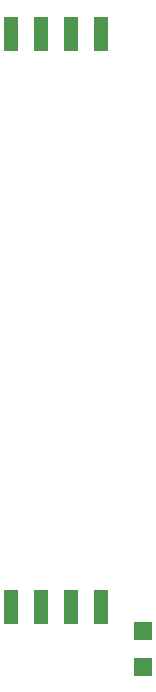
<source format=gtp>
G04*
G04 #@! TF.GenerationSoftware,Altium Limited,Altium Designer,21.9.2 (33)*
G04*
G04 Layer_Color=8421504*
%FSTAX24Y24*%
%MOIN*%
G70*
G04*
G04 #@! TF.SameCoordinates,7D792EBD-1CCB-4A66-8B02-D1F74A79ED49*
G04*
G04*
G04 #@! TF.FilePolarity,Positive*
G04*
G01*
G75*
%ADD13R,0.0512X0.1161*%
%ADD14R,0.0630X0.0591*%
D13*
X06575Y013641D02*
D03*
X06675D02*
D03*
X06775D02*
D03*
X06875D02*
D03*
Y032759D02*
D03*
X06775D02*
D03*
X06675D02*
D03*
X06575D02*
D03*
D14*
X07015Y011659D02*
D03*
Y012841D02*
D03*
M02*

</source>
